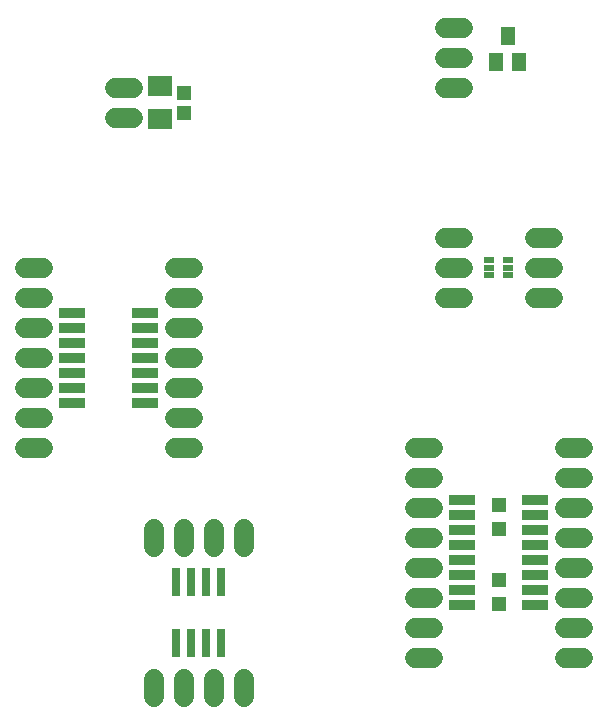
<source format=gts>
G75*
%MOIN*%
%OFA0B0*%
%FSLAX25Y25*%
%IPPOS*%
%LPD*%
%AMOC8*
5,1,8,0,0,1.08239X$1,22.5*
%
%ADD10R,0.03556X0.01981*%
%ADD11C,0.06800*%
%ADD12R,0.04737X0.06312*%
%ADD13R,0.05131X0.04737*%
%ADD14R,0.07898X0.07099*%
%ADD15R,0.08800X0.03400*%
%ADD16R,0.03162X0.09461*%
%ADD17R,0.04762X0.04762*%
D10*
X0217162Y0159954D03*
X0217162Y0162513D03*
X0217162Y0165072D03*
X0223461Y0165072D03*
X0223461Y0162513D03*
X0223461Y0159954D03*
D11*
X0068312Y0102513D02*
X0062312Y0102513D01*
X0062312Y0112513D02*
X0068312Y0112513D01*
X0068312Y0122513D02*
X0062312Y0122513D01*
X0062312Y0132513D02*
X0068312Y0132513D01*
X0068312Y0142513D02*
X0062312Y0142513D01*
X0062312Y0152513D02*
X0068312Y0152513D01*
X0068312Y0162513D02*
X0062312Y0162513D01*
X0112312Y0162513D02*
X0118312Y0162513D01*
X0118312Y0152513D02*
X0112312Y0152513D01*
X0112312Y0142513D02*
X0118312Y0142513D01*
X0118312Y0132513D02*
X0112312Y0132513D01*
X0112312Y0122513D02*
X0118312Y0122513D01*
X0118312Y0112513D02*
X0112312Y0112513D01*
X0112312Y0102513D02*
X0118312Y0102513D01*
X0115312Y0075513D02*
X0115312Y0069513D01*
X0105312Y0069513D02*
X0105312Y0075513D01*
X0125312Y0075513D02*
X0125312Y0069513D01*
X0135312Y0069513D02*
X0135312Y0075513D01*
X0135312Y0025513D02*
X0135312Y0019513D01*
X0125312Y0019513D02*
X0125312Y0025513D01*
X0115312Y0025513D02*
X0115312Y0019513D01*
X0105312Y0019513D02*
X0105312Y0025513D01*
X0192312Y0032513D02*
X0198312Y0032513D01*
X0198312Y0042513D02*
X0192312Y0042513D01*
X0192312Y0052513D02*
X0198312Y0052513D01*
X0198312Y0062513D02*
X0192312Y0062513D01*
X0192312Y0072513D02*
X0198312Y0072513D01*
X0198312Y0082513D02*
X0192312Y0082513D01*
X0192312Y0092513D02*
X0198312Y0092513D01*
X0198312Y0102513D02*
X0192312Y0102513D01*
X0242312Y0102513D02*
X0248312Y0102513D01*
X0248312Y0092513D02*
X0242312Y0092513D01*
X0242312Y0082513D02*
X0248312Y0082513D01*
X0248312Y0072513D02*
X0242312Y0072513D01*
X0242312Y0062513D02*
X0248312Y0062513D01*
X0248312Y0052513D02*
X0242312Y0052513D01*
X0242312Y0042513D02*
X0248312Y0042513D01*
X0248312Y0032513D02*
X0242312Y0032513D01*
X0238312Y0152513D02*
X0232312Y0152513D01*
X0232312Y0162513D02*
X0238312Y0162513D01*
X0238312Y0172513D02*
X0232312Y0172513D01*
X0208312Y0172513D02*
X0202312Y0172513D01*
X0202312Y0162513D02*
X0208312Y0162513D01*
X0208312Y0152513D02*
X0202312Y0152513D01*
X0202312Y0222513D02*
X0208312Y0222513D01*
X0208312Y0232513D02*
X0202312Y0232513D01*
X0202312Y0242513D02*
X0208312Y0242513D01*
X0098312Y0222513D02*
X0092312Y0222513D01*
X0092312Y0212513D02*
X0098312Y0212513D01*
D12*
X0219572Y0231182D03*
X0227052Y0231182D03*
X0223312Y0239843D03*
D13*
X0115312Y0220859D03*
X0115312Y0214166D03*
D14*
X0107312Y0211914D03*
X0107312Y0223111D03*
D15*
X0102412Y0147513D03*
X0102412Y0142513D03*
X0102412Y0137513D03*
X0102412Y0132513D03*
X0102412Y0127513D03*
X0102412Y0122513D03*
X0102412Y0117513D03*
X0078212Y0117513D03*
X0078212Y0122513D03*
X0078212Y0127513D03*
X0078212Y0132513D03*
X0078212Y0137513D03*
X0078212Y0142513D03*
X0078212Y0147513D03*
X0208212Y0085013D03*
X0208212Y0080013D03*
X0208212Y0075013D03*
X0208212Y0070013D03*
X0208212Y0065013D03*
X0208212Y0060013D03*
X0208212Y0055013D03*
X0208212Y0050013D03*
X0232412Y0050013D03*
X0232412Y0055013D03*
X0232412Y0060013D03*
X0232412Y0065013D03*
X0232412Y0070013D03*
X0232412Y0075013D03*
X0232412Y0080013D03*
X0232412Y0085013D03*
D16*
X0127812Y0057749D03*
X0122812Y0057749D03*
X0117812Y0057749D03*
X0112812Y0057749D03*
X0112812Y0037277D03*
X0117812Y0037277D03*
X0122812Y0037277D03*
X0127812Y0037277D03*
D17*
X0220312Y0050513D03*
X0220312Y0058513D03*
X0220312Y0075513D03*
X0220312Y0083513D03*
M02*

</source>
